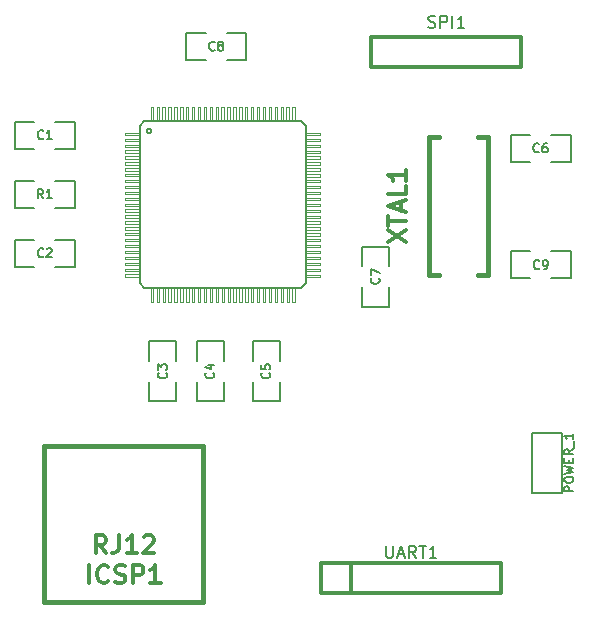
<source format=gto>
%FSLAX34Y34*%
G04 Gerber Fmt 3.4, Leading zero omitted, Abs format*
G04 (created by PCBNEW (2013-12-18 BZR 4557)-product) date vie 25 abr 2014 17:22:53 CLST*
%MOIN*%
G01*
G70*
G90*
G04 APERTURE LIST*
%ADD10C,0.005906*%
%ADD11C,0.005000*%
%ADD12C,0.015000*%
%ADD13C,0.006000*%
%ADD14C,0.012000*%
%ADD15C,0.008000*%
%ADD16C,0.002600*%
G04 APERTURE END LIST*
G54D10*
G54D11*
X49818Y-31946D02*
X49818Y-31046D01*
X49818Y-31046D02*
X49168Y-31046D01*
X48468Y-31946D02*
X47818Y-31946D01*
X47818Y-31946D02*
X47818Y-31046D01*
X47818Y-31046D02*
X48468Y-31046D01*
X49168Y-31946D02*
X49818Y-31946D01*
X49818Y-35883D02*
X49818Y-34983D01*
X49818Y-34983D02*
X49168Y-34983D01*
X48468Y-35883D02*
X47818Y-35883D01*
X47818Y-35883D02*
X47818Y-34983D01*
X47818Y-34983D02*
X48468Y-34983D01*
X49168Y-35883D02*
X49818Y-35883D01*
X53205Y-38370D02*
X52305Y-38370D01*
X52305Y-38370D02*
X52305Y-39020D01*
X53205Y-39720D02*
X53205Y-40370D01*
X53205Y-40370D02*
X52305Y-40370D01*
X52305Y-40370D02*
X52305Y-39720D01*
X53205Y-39020D02*
X53205Y-38370D01*
X54780Y-38370D02*
X53880Y-38370D01*
X53880Y-38370D02*
X53880Y-39020D01*
X54780Y-39720D02*
X54780Y-40370D01*
X54780Y-40370D02*
X53880Y-40370D01*
X53880Y-40370D02*
X53880Y-39720D01*
X54780Y-39020D02*
X54780Y-38370D01*
X56650Y-38370D02*
X55750Y-38370D01*
X55750Y-38370D02*
X55750Y-39020D01*
X56650Y-39720D02*
X56650Y-40370D01*
X56650Y-40370D02*
X55750Y-40370D01*
X55750Y-40370D02*
X55750Y-39720D01*
X56650Y-39020D02*
X56650Y-38370D01*
X64342Y-31490D02*
X64342Y-32390D01*
X64342Y-32390D02*
X64992Y-32390D01*
X65692Y-31490D02*
X66342Y-31490D01*
X66342Y-31490D02*
X66342Y-32390D01*
X66342Y-32390D02*
X65692Y-32390D01*
X64992Y-31490D02*
X64342Y-31490D01*
X60292Y-35220D02*
X59392Y-35220D01*
X59392Y-35220D02*
X59392Y-35870D01*
X60292Y-36570D02*
X60292Y-37220D01*
X60292Y-37220D02*
X59392Y-37220D01*
X59392Y-37220D02*
X59392Y-36570D01*
X60292Y-35870D02*
X60292Y-35220D01*
X55527Y-28993D02*
X55527Y-28093D01*
X55527Y-28093D02*
X54877Y-28093D01*
X54177Y-28993D02*
X53527Y-28993D01*
X53527Y-28993D02*
X53527Y-28093D01*
X53527Y-28093D02*
X54177Y-28093D01*
X54877Y-28993D02*
X55527Y-28993D01*
X64354Y-35376D02*
X64354Y-36276D01*
X64354Y-36276D02*
X65004Y-36276D01*
X65704Y-35376D02*
X66354Y-35376D01*
X66354Y-35376D02*
X66354Y-36276D01*
X66354Y-36276D02*
X65704Y-36276D01*
X65004Y-35376D02*
X64354Y-35376D01*
G54D12*
X48776Y-41861D02*
X48776Y-47061D01*
X54076Y-41861D02*
X54076Y-47061D01*
X48776Y-47061D02*
X54076Y-47061D01*
X53776Y-41861D02*
X54076Y-41861D01*
X48776Y-41861D02*
X53776Y-41861D01*
G54D13*
X65051Y-41421D02*
X66051Y-41421D01*
X66051Y-41421D02*
X66051Y-43421D01*
X66051Y-43421D02*
X65051Y-43421D01*
X65051Y-43421D02*
X65051Y-41421D01*
G54D11*
X47818Y-33014D02*
X47818Y-33914D01*
X47818Y-33914D02*
X48468Y-33914D01*
X49168Y-33014D02*
X49818Y-33014D01*
X49818Y-33014D02*
X49818Y-33914D01*
X49818Y-33914D02*
X49168Y-33914D01*
X48468Y-33014D02*
X47818Y-33014D01*
G54D14*
X58023Y-46759D02*
X58023Y-45759D01*
X58023Y-45759D02*
X64023Y-45759D01*
X64023Y-45759D02*
X64023Y-46759D01*
X64023Y-46759D02*
X58023Y-46759D01*
X59023Y-46759D02*
X59023Y-45759D01*
G54D12*
X63582Y-36161D02*
X63582Y-31555D01*
X61614Y-31555D02*
X61614Y-36161D01*
X63582Y-31555D02*
X63248Y-31555D01*
X61614Y-31555D02*
X61948Y-31555D01*
X63582Y-36161D02*
X63248Y-36161D01*
X61614Y-36161D02*
X61948Y-36161D01*
G54D15*
X52129Y-31044D02*
X57365Y-31044D01*
G54D16*
X52425Y-30571D02*
X52425Y-31044D01*
X52425Y-31044D02*
X52347Y-31044D01*
X52347Y-30571D02*
X52347Y-31044D01*
X52425Y-30571D02*
X52347Y-30571D01*
X52621Y-30571D02*
X52621Y-31044D01*
X52621Y-31044D02*
X52543Y-31044D01*
X52543Y-30571D02*
X52543Y-31044D01*
X52621Y-30571D02*
X52543Y-30571D01*
X52818Y-30571D02*
X52818Y-31044D01*
X52818Y-31044D02*
X52739Y-31044D01*
X52739Y-30571D02*
X52739Y-31044D01*
X52818Y-30571D02*
X52739Y-30571D01*
X53015Y-30571D02*
X53015Y-31044D01*
X53015Y-31044D02*
X52936Y-31044D01*
X52936Y-30571D02*
X52936Y-31044D01*
X53015Y-30571D02*
X52936Y-30571D01*
X53212Y-30571D02*
X53212Y-31044D01*
X53212Y-31044D02*
X53133Y-31044D01*
X53133Y-30571D02*
X53133Y-31044D01*
X53212Y-30571D02*
X53133Y-30571D01*
X53409Y-30571D02*
X53409Y-31044D01*
X53409Y-31044D02*
X53330Y-31044D01*
X53330Y-30571D02*
X53330Y-31044D01*
X53409Y-30571D02*
X53330Y-30571D01*
X53606Y-30571D02*
X53606Y-31044D01*
X53606Y-31044D02*
X53527Y-31044D01*
X53527Y-30571D02*
X53527Y-31044D01*
X53606Y-30571D02*
X53527Y-30571D01*
X53802Y-30571D02*
X53802Y-31044D01*
X53802Y-31044D02*
X53724Y-31044D01*
X53724Y-30571D02*
X53724Y-31044D01*
X53802Y-30571D02*
X53724Y-30571D01*
X53999Y-30571D02*
X53999Y-31044D01*
X53999Y-31044D02*
X53921Y-31044D01*
X53921Y-30571D02*
X53921Y-31044D01*
X53999Y-30571D02*
X53921Y-30571D01*
X54118Y-30571D02*
X54196Y-30571D01*
X54196Y-30571D02*
X54196Y-31044D01*
X54118Y-31044D02*
X54196Y-31044D01*
X54118Y-30571D02*
X54118Y-31044D01*
X54315Y-30571D02*
X54393Y-30571D01*
X54393Y-30571D02*
X54393Y-31044D01*
X54315Y-31044D02*
X54393Y-31044D01*
X54315Y-30571D02*
X54315Y-31044D01*
X54511Y-30571D02*
X54590Y-30571D01*
X54590Y-30571D02*
X54590Y-31044D01*
X54511Y-31044D02*
X54590Y-31044D01*
X54511Y-30571D02*
X54511Y-31044D01*
X54708Y-30571D02*
X54787Y-30571D01*
X54787Y-30571D02*
X54787Y-31044D01*
X54708Y-31044D02*
X54787Y-31044D01*
X54708Y-30571D02*
X54708Y-31044D01*
X54905Y-30571D02*
X54984Y-30571D01*
X54984Y-30571D02*
X54984Y-31044D01*
X54905Y-31044D02*
X54984Y-31044D01*
X54905Y-30571D02*
X54905Y-31044D01*
X55102Y-30571D02*
X55181Y-30571D01*
X55181Y-30571D02*
X55181Y-31044D01*
X55102Y-31044D02*
X55181Y-31044D01*
X55102Y-30571D02*
X55102Y-31044D01*
X55299Y-30571D02*
X55378Y-30571D01*
X55378Y-30571D02*
X55378Y-31044D01*
X55299Y-31044D02*
X55378Y-31044D01*
X55299Y-30571D02*
X55299Y-31044D01*
X55496Y-30571D02*
X55574Y-30571D01*
X55574Y-30571D02*
X55574Y-31044D01*
X55496Y-31044D02*
X55574Y-31044D01*
X55496Y-30571D02*
X55496Y-31044D01*
X55692Y-30571D02*
X55770Y-30571D01*
X55770Y-30571D02*
X55770Y-31044D01*
X55692Y-31044D02*
X55770Y-31044D01*
X55692Y-30571D02*
X55692Y-31044D01*
X55888Y-30571D02*
X55967Y-30571D01*
X55967Y-30571D02*
X55967Y-31044D01*
X55888Y-31044D02*
X55967Y-31044D01*
X55888Y-30571D02*
X55888Y-31044D01*
X56085Y-30571D02*
X56164Y-30571D01*
X56164Y-30571D02*
X56164Y-31044D01*
X56085Y-31044D02*
X56164Y-31044D01*
X56085Y-30571D02*
X56085Y-31044D01*
X56282Y-30571D02*
X56361Y-30571D01*
X56361Y-30571D02*
X56361Y-31044D01*
X56282Y-31044D02*
X56361Y-31044D01*
X56282Y-30571D02*
X56282Y-31044D01*
X56479Y-30571D02*
X56558Y-30571D01*
X56558Y-30571D02*
X56558Y-31044D01*
X56479Y-31044D02*
X56558Y-31044D01*
X56479Y-30571D02*
X56479Y-31044D01*
X56676Y-30571D02*
X56755Y-30571D01*
X56755Y-30571D02*
X56755Y-31044D01*
X56676Y-31044D02*
X56755Y-31044D01*
X56676Y-30571D02*
X56676Y-31044D01*
X56873Y-30571D02*
X56951Y-30571D01*
X56951Y-30571D02*
X56951Y-31044D01*
X56873Y-31044D02*
X56951Y-31044D01*
X56873Y-30571D02*
X56873Y-31044D01*
X57070Y-30571D02*
X57148Y-30571D01*
X57148Y-30571D02*
X57148Y-31044D01*
X57070Y-31044D02*
X57148Y-31044D01*
X57070Y-30571D02*
X57070Y-31044D01*
G54D15*
X57523Y-31200D02*
X57366Y-31043D01*
G54D16*
X57997Y-36147D02*
X57524Y-36147D01*
X57524Y-36147D02*
X57524Y-36225D01*
X57997Y-36225D02*
X57524Y-36225D01*
X57997Y-36147D02*
X57997Y-36225D01*
X57997Y-35950D02*
X57524Y-35950D01*
X57524Y-35950D02*
X57524Y-36028D01*
X57997Y-36028D02*
X57524Y-36028D01*
X57997Y-35950D02*
X57997Y-36028D01*
X57997Y-35753D02*
X57524Y-35753D01*
X57524Y-35753D02*
X57524Y-35832D01*
X57997Y-35832D02*
X57524Y-35832D01*
X57997Y-35753D02*
X57997Y-35832D01*
X57997Y-35556D02*
X57524Y-35556D01*
X57524Y-35556D02*
X57524Y-35635D01*
X57997Y-35635D02*
X57524Y-35635D01*
X57997Y-35556D02*
X57997Y-35635D01*
X57997Y-35359D02*
X57524Y-35359D01*
X57524Y-35359D02*
X57524Y-35438D01*
X57997Y-35438D02*
X57524Y-35438D01*
X57997Y-35359D02*
X57997Y-35438D01*
X57997Y-35162D02*
X57524Y-35162D01*
X57524Y-35162D02*
X57524Y-35241D01*
X57997Y-35241D02*
X57524Y-35241D01*
X57997Y-35162D02*
X57997Y-35241D01*
X57997Y-34965D02*
X57524Y-34965D01*
X57524Y-34965D02*
X57524Y-35044D01*
X57997Y-35044D02*
X57524Y-35044D01*
X57997Y-34965D02*
X57997Y-35044D01*
X57997Y-34769D02*
X57524Y-34769D01*
X57524Y-34769D02*
X57524Y-34847D01*
X57997Y-34847D02*
X57524Y-34847D01*
X57997Y-34769D02*
X57997Y-34847D01*
X57997Y-34573D02*
X57524Y-34573D01*
X57524Y-34573D02*
X57524Y-34651D01*
X57997Y-34651D02*
X57524Y-34651D01*
X57997Y-34573D02*
X57997Y-34651D01*
X57997Y-34376D02*
X57524Y-34376D01*
X57524Y-34376D02*
X57524Y-34455D01*
X57997Y-34455D02*
X57524Y-34455D01*
X57997Y-34376D02*
X57997Y-34455D01*
X57997Y-34179D02*
X57524Y-34179D01*
X57524Y-34179D02*
X57524Y-34258D01*
X57997Y-34258D02*
X57524Y-34258D01*
X57997Y-34179D02*
X57997Y-34258D01*
X57997Y-33982D02*
X57524Y-33982D01*
X57524Y-33982D02*
X57524Y-34061D01*
X57997Y-34061D02*
X57524Y-34061D01*
X57997Y-33982D02*
X57997Y-34061D01*
X57997Y-33785D02*
X57524Y-33785D01*
X57524Y-33785D02*
X57524Y-33864D01*
X57997Y-33864D02*
X57524Y-33864D01*
X57997Y-33785D02*
X57997Y-33864D01*
X57997Y-33588D02*
X57524Y-33588D01*
X57524Y-33588D02*
X57524Y-33667D01*
X57997Y-33667D02*
X57524Y-33667D01*
X57997Y-33588D02*
X57997Y-33667D01*
X57997Y-33392D02*
X57524Y-33392D01*
X57524Y-33392D02*
X57524Y-33470D01*
X57997Y-33470D02*
X57524Y-33470D01*
X57997Y-33392D02*
X57997Y-33470D01*
X57997Y-33195D02*
X57524Y-33195D01*
X57524Y-33195D02*
X57524Y-33273D01*
X57997Y-33273D02*
X57524Y-33273D01*
X57997Y-33195D02*
X57997Y-33273D01*
X57997Y-33076D02*
X57997Y-32998D01*
X57997Y-32998D02*
X57524Y-32998D01*
X57524Y-33076D02*
X57524Y-32998D01*
X57997Y-33076D02*
X57524Y-33076D01*
X57997Y-32879D02*
X57997Y-32801D01*
X57997Y-32801D02*
X57524Y-32801D01*
X57524Y-32879D02*
X57524Y-32801D01*
X57997Y-32879D02*
X57524Y-32879D01*
X57997Y-32683D02*
X57997Y-32604D01*
X57997Y-32604D02*
X57524Y-32604D01*
X57524Y-32683D02*
X57524Y-32604D01*
X57997Y-32683D02*
X57524Y-32683D01*
X57997Y-32486D02*
X57997Y-32407D01*
X57997Y-32407D02*
X57524Y-32407D01*
X57524Y-32486D02*
X57524Y-32407D01*
X57997Y-32486D02*
X57524Y-32486D01*
X57997Y-32289D02*
X57997Y-32210D01*
X57997Y-32210D02*
X57524Y-32210D01*
X57524Y-32289D02*
X57524Y-32210D01*
X57997Y-32289D02*
X57524Y-32289D01*
X57997Y-32092D02*
X57997Y-32013D01*
X57997Y-32013D02*
X57524Y-32013D01*
X57524Y-32092D02*
X57524Y-32013D01*
X57997Y-32092D02*
X57524Y-32092D01*
X57997Y-31895D02*
X57997Y-31816D01*
X57997Y-31816D02*
X57524Y-31816D01*
X57524Y-31895D02*
X57524Y-31816D01*
X57997Y-31895D02*
X57524Y-31895D01*
X57997Y-31698D02*
X57997Y-31620D01*
X57997Y-31620D02*
X57524Y-31620D01*
X57524Y-31698D02*
X57524Y-31620D01*
X57997Y-31698D02*
X57524Y-31698D01*
X57997Y-31502D02*
X57997Y-31424D01*
X57997Y-31424D02*
X57524Y-31424D01*
X57524Y-31502D02*
X57524Y-31424D01*
X57997Y-31502D02*
X57524Y-31502D01*
G54D15*
X57528Y-36442D02*
X57371Y-36599D01*
X57524Y-31206D02*
X57524Y-36442D01*
X57370Y-36601D02*
X52134Y-36601D01*
X52134Y-36601D02*
X51977Y-36444D01*
G54D16*
X57074Y-37074D02*
X57074Y-36601D01*
X57074Y-36601D02*
X57152Y-36601D01*
X57152Y-37074D02*
X57152Y-36601D01*
X57074Y-37074D02*
X57152Y-37074D01*
X56878Y-37074D02*
X56878Y-36601D01*
X56878Y-36601D02*
X56956Y-36601D01*
X56956Y-37074D02*
X56956Y-36601D01*
X56878Y-37074D02*
X56956Y-37074D01*
X56681Y-37074D02*
X56681Y-36601D01*
X56681Y-36601D02*
X56760Y-36601D01*
X56760Y-37074D02*
X56760Y-36601D01*
X56681Y-37074D02*
X56760Y-37074D01*
X56484Y-37074D02*
X56484Y-36601D01*
X56484Y-36601D02*
X56563Y-36601D01*
X56563Y-37074D02*
X56563Y-36601D01*
X56484Y-37074D02*
X56563Y-37074D01*
X56287Y-37074D02*
X56287Y-36601D01*
X56287Y-36601D02*
X56366Y-36601D01*
X56366Y-37074D02*
X56366Y-36601D01*
X56287Y-37074D02*
X56366Y-37074D01*
X56090Y-37074D02*
X56090Y-36601D01*
X56090Y-36601D02*
X56169Y-36601D01*
X56169Y-37074D02*
X56169Y-36601D01*
X56090Y-37074D02*
X56169Y-37074D01*
X55893Y-37074D02*
X55893Y-36601D01*
X55893Y-36601D02*
X55972Y-36601D01*
X55972Y-37074D02*
X55972Y-36601D01*
X55893Y-37074D02*
X55972Y-37074D01*
X55697Y-37074D02*
X55697Y-36601D01*
X55697Y-36601D02*
X55775Y-36601D01*
X55775Y-37074D02*
X55775Y-36601D01*
X55697Y-37074D02*
X55775Y-37074D01*
X55500Y-37074D02*
X55500Y-36601D01*
X55500Y-36601D02*
X55578Y-36601D01*
X55578Y-37074D02*
X55578Y-36601D01*
X55500Y-37074D02*
X55578Y-37074D01*
X55381Y-37074D02*
X55303Y-37074D01*
X55303Y-37074D02*
X55303Y-36601D01*
X55381Y-36601D02*
X55303Y-36601D01*
X55381Y-37074D02*
X55381Y-36601D01*
X55184Y-37074D02*
X55106Y-37074D01*
X55106Y-37074D02*
X55106Y-36601D01*
X55184Y-36601D02*
X55106Y-36601D01*
X55184Y-37074D02*
X55184Y-36601D01*
X54988Y-37074D02*
X54909Y-37074D01*
X54909Y-37074D02*
X54909Y-36601D01*
X54988Y-36601D02*
X54909Y-36601D01*
X54988Y-37074D02*
X54988Y-36601D01*
X54791Y-37074D02*
X54712Y-37074D01*
X54712Y-37074D02*
X54712Y-36601D01*
X54791Y-36601D02*
X54712Y-36601D01*
X54791Y-37074D02*
X54791Y-36601D01*
X54594Y-37074D02*
X54515Y-37074D01*
X54515Y-37074D02*
X54515Y-36601D01*
X54594Y-36601D02*
X54515Y-36601D01*
X54594Y-37074D02*
X54594Y-36601D01*
X54397Y-37074D02*
X54318Y-37074D01*
X54318Y-37074D02*
X54318Y-36601D01*
X54397Y-36601D02*
X54318Y-36601D01*
X54397Y-37074D02*
X54397Y-36601D01*
X54200Y-37074D02*
X54121Y-37074D01*
X54121Y-37074D02*
X54121Y-36601D01*
X54200Y-36601D02*
X54121Y-36601D01*
X54200Y-37074D02*
X54200Y-36601D01*
X54003Y-37074D02*
X53925Y-37074D01*
X53925Y-37074D02*
X53925Y-36601D01*
X54003Y-36601D02*
X53925Y-36601D01*
X54003Y-37074D02*
X54003Y-36601D01*
X53807Y-37074D02*
X53729Y-37074D01*
X53729Y-37074D02*
X53729Y-36601D01*
X53807Y-36601D02*
X53729Y-36601D01*
X53807Y-37074D02*
X53807Y-36601D01*
X53611Y-37074D02*
X53532Y-37074D01*
X53532Y-37074D02*
X53532Y-36601D01*
X53611Y-36601D02*
X53532Y-36601D01*
X53611Y-37074D02*
X53611Y-36601D01*
X53414Y-37074D02*
X53335Y-37074D01*
X53335Y-37074D02*
X53335Y-36601D01*
X53414Y-36601D02*
X53335Y-36601D01*
X53414Y-37074D02*
X53414Y-36601D01*
X53217Y-37074D02*
X53138Y-37074D01*
X53138Y-37074D02*
X53138Y-36601D01*
X53217Y-36601D02*
X53138Y-36601D01*
X53217Y-37074D02*
X53217Y-36601D01*
X53020Y-37074D02*
X52941Y-37074D01*
X52941Y-37074D02*
X52941Y-36601D01*
X53020Y-36601D02*
X52941Y-36601D01*
X53020Y-37074D02*
X53020Y-36601D01*
X52823Y-37074D02*
X52744Y-37074D01*
X52744Y-37074D02*
X52744Y-36601D01*
X52823Y-36601D02*
X52744Y-36601D01*
X52823Y-37074D02*
X52823Y-36601D01*
X52626Y-37074D02*
X52548Y-37074D01*
X52548Y-37074D02*
X52548Y-36601D01*
X52626Y-36601D02*
X52548Y-36601D01*
X52626Y-37074D02*
X52626Y-36601D01*
X52429Y-37074D02*
X52351Y-37074D01*
X52351Y-37074D02*
X52351Y-36601D01*
X52429Y-36601D02*
X52351Y-36601D01*
X52429Y-37074D02*
X52429Y-36601D01*
G54D15*
X51978Y-36443D02*
X52135Y-36600D01*
G54D16*
X51504Y-31496D02*
X51977Y-31496D01*
X51977Y-31496D02*
X51977Y-31418D01*
X51504Y-31418D02*
X51977Y-31418D01*
X51504Y-31496D02*
X51504Y-31418D01*
X51504Y-31693D02*
X51977Y-31693D01*
X51977Y-31693D02*
X51977Y-31615D01*
X51504Y-31615D02*
X51977Y-31615D01*
X51504Y-31693D02*
X51504Y-31615D01*
X51504Y-31890D02*
X51977Y-31890D01*
X51977Y-31890D02*
X51977Y-31811D01*
X51504Y-31811D02*
X51977Y-31811D01*
X51504Y-31890D02*
X51504Y-31811D01*
X51504Y-32087D02*
X51977Y-32087D01*
X51977Y-32087D02*
X51977Y-32008D01*
X51504Y-32008D02*
X51977Y-32008D01*
X51504Y-32087D02*
X51504Y-32008D01*
X51504Y-32284D02*
X51977Y-32284D01*
X51977Y-32284D02*
X51977Y-32205D01*
X51504Y-32205D02*
X51977Y-32205D01*
X51504Y-32284D02*
X51504Y-32205D01*
X51504Y-32481D02*
X51977Y-32481D01*
X51977Y-32481D02*
X51977Y-32402D01*
X51504Y-32402D02*
X51977Y-32402D01*
X51504Y-32481D02*
X51504Y-32402D01*
X51504Y-32678D02*
X51977Y-32678D01*
X51977Y-32678D02*
X51977Y-32599D01*
X51504Y-32599D02*
X51977Y-32599D01*
X51504Y-32678D02*
X51504Y-32599D01*
X51504Y-32874D02*
X51977Y-32874D01*
X51977Y-32874D02*
X51977Y-32796D01*
X51504Y-32796D02*
X51977Y-32796D01*
X51504Y-32874D02*
X51504Y-32796D01*
X51504Y-33070D02*
X51977Y-33070D01*
X51977Y-33070D02*
X51977Y-32992D01*
X51504Y-32992D02*
X51977Y-32992D01*
X51504Y-33070D02*
X51504Y-32992D01*
X51504Y-33267D02*
X51977Y-33267D01*
X51977Y-33267D02*
X51977Y-33188D01*
X51504Y-33188D02*
X51977Y-33188D01*
X51504Y-33267D02*
X51504Y-33188D01*
X51504Y-33464D02*
X51977Y-33464D01*
X51977Y-33464D02*
X51977Y-33385D01*
X51504Y-33385D02*
X51977Y-33385D01*
X51504Y-33464D02*
X51504Y-33385D01*
X51504Y-33661D02*
X51977Y-33661D01*
X51977Y-33661D02*
X51977Y-33582D01*
X51504Y-33582D02*
X51977Y-33582D01*
X51504Y-33661D02*
X51504Y-33582D01*
X51504Y-33858D02*
X51977Y-33858D01*
X51977Y-33858D02*
X51977Y-33779D01*
X51504Y-33779D02*
X51977Y-33779D01*
X51504Y-33858D02*
X51504Y-33779D01*
X51504Y-34055D02*
X51977Y-34055D01*
X51977Y-34055D02*
X51977Y-33976D01*
X51504Y-33976D02*
X51977Y-33976D01*
X51504Y-34055D02*
X51504Y-33976D01*
X51504Y-34251D02*
X51977Y-34251D01*
X51977Y-34251D02*
X51977Y-34173D01*
X51504Y-34173D02*
X51977Y-34173D01*
X51504Y-34251D02*
X51504Y-34173D01*
X51504Y-34448D02*
X51977Y-34448D01*
X51977Y-34448D02*
X51977Y-34370D01*
X51504Y-34370D02*
X51977Y-34370D01*
X51504Y-34448D02*
X51504Y-34370D01*
X51504Y-34567D02*
X51504Y-34645D01*
X51504Y-34645D02*
X51977Y-34645D01*
X51977Y-34567D02*
X51977Y-34645D01*
X51504Y-34567D02*
X51977Y-34567D01*
X51504Y-34764D02*
X51504Y-34842D01*
X51504Y-34842D02*
X51977Y-34842D01*
X51977Y-34764D02*
X51977Y-34842D01*
X51504Y-34764D02*
X51977Y-34764D01*
X51504Y-34960D02*
X51504Y-35039D01*
X51504Y-35039D02*
X51977Y-35039D01*
X51977Y-34960D02*
X51977Y-35039D01*
X51504Y-34960D02*
X51977Y-34960D01*
X51504Y-35157D02*
X51504Y-35236D01*
X51504Y-35236D02*
X51977Y-35236D01*
X51977Y-35157D02*
X51977Y-35236D01*
X51504Y-35157D02*
X51977Y-35157D01*
X51504Y-35354D02*
X51504Y-35433D01*
X51504Y-35433D02*
X51977Y-35433D01*
X51977Y-35354D02*
X51977Y-35433D01*
X51504Y-35354D02*
X51977Y-35354D01*
X51504Y-35551D02*
X51504Y-35630D01*
X51504Y-35630D02*
X51977Y-35630D01*
X51977Y-35551D02*
X51977Y-35630D01*
X51504Y-35551D02*
X51977Y-35551D01*
X51504Y-35748D02*
X51504Y-35827D01*
X51504Y-35827D02*
X51977Y-35827D01*
X51977Y-35748D02*
X51977Y-35827D01*
X51504Y-35748D02*
X51977Y-35748D01*
X51504Y-35945D02*
X51504Y-36023D01*
X51504Y-36023D02*
X51977Y-36023D01*
X51977Y-35945D02*
X51977Y-36023D01*
X51504Y-35945D02*
X51977Y-35945D01*
X51504Y-36141D02*
X51504Y-36219D01*
X51504Y-36219D02*
X51977Y-36219D01*
X51977Y-36141D02*
X51977Y-36219D01*
X51504Y-36141D02*
X51977Y-36141D01*
G54D15*
X51977Y-31201D02*
X52134Y-31044D01*
X51977Y-36437D02*
X51977Y-31201D01*
G54D11*
X52369Y-31359D02*
G75*
G03X52369Y-31359I-77J0D01*
G74*
G01*
G54D14*
X59704Y-28240D02*
X59704Y-29240D01*
X64704Y-29240D02*
X64704Y-28240D01*
X59704Y-28240D02*
X64704Y-28240D01*
X64704Y-29240D02*
X59704Y-29240D01*
G54D11*
X48768Y-31603D02*
X48754Y-31617D01*
X48711Y-31631D01*
X48683Y-31631D01*
X48640Y-31617D01*
X48611Y-31588D01*
X48597Y-31560D01*
X48583Y-31503D01*
X48583Y-31460D01*
X48597Y-31403D01*
X48611Y-31374D01*
X48640Y-31346D01*
X48683Y-31331D01*
X48711Y-31331D01*
X48754Y-31346D01*
X48768Y-31360D01*
X49054Y-31631D02*
X48883Y-31631D01*
X48968Y-31631D02*
X48968Y-31331D01*
X48940Y-31374D01*
X48911Y-31403D01*
X48883Y-31417D01*
X48768Y-35540D02*
X48754Y-35554D01*
X48711Y-35568D01*
X48683Y-35568D01*
X48640Y-35554D01*
X48611Y-35525D01*
X48597Y-35497D01*
X48583Y-35440D01*
X48583Y-35397D01*
X48597Y-35340D01*
X48611Y-35311D01*
X48640Y-35283D01*
X48683Y-35268D01*
X48711Y-35268D01*
X48754Y-35283D01*
X48768Y-35297D01*
X48883Y-35297D02*
X48897Y-35283D01*
X48926Y-35268D01*
X48997Y-35268D01*
X49026Y-35283D01*
X49040Y-35297D01*
X49054Y-35325D01*
X49054Y-35354D01*
X49040Y-35397D01*
X48868Y-35568D01*
X49054Y-35568D01*
X52863Y-39420D02*
X52877Y-39434D01*
X52891Y-39477D01*
X52891Y-39505D01*
X52877Y-39548D01*
X52848Y-39577D01*
X52820Y-39591D01*
X52763Y-39605D01*
X52720Y-39605D01*
X52663Y-39591D01*
X52634Y-39577D01*
X52605Y-39548D01*
X52591Y-39505D01*
X52591Y-39477D01*
X52605Y-39434D01*
X52620Y-39420D01*
X52591Y-39320D02*
X52591Y-39134D01*
X52705Y-39234D01*
X52705Y-39191D01*
X52720Y-39162D01*
X52734Y-39148D01*
X52763Y-39134D01*
X52834Y-39134D01*
X52863Y-39148D01*
X52877Y-39162D01*
X52891Y-39191D01*
X52891Y-39277D01*
X52877Y-39305D01*
X52863Y-39320D01*
X54437Y-39420D02*
X54452Y-39434D01*
X54466Y-39477D01*
X54466Y-39505D01*
X54452Y-39548D01*
X54423Y-39577D01*
X54394Y-39591D01*
X54337Y-39605D01*
X54294Y-39605D01*
X54237Y-39591D01*
X54209Y-39577D01*
X54180Y-39548D01*
X54166Y-39505D01*
X54166Y-39477D01*
X54180Y-39434D01*
X54194Y-39420D01*
X54266Y-39162D02*
X54466Y-39162D01*
X54152Y-39234D02*
X54366Y-39305D01*
X54366Y-39120D01*
X56307Y-39420D02*
X56322Y-39434D01*
X56336Y-39477D01*
X56336Y-39505D01*
X56322Y-39548D01*
X56293Y-39577D01*
X56265Y-39591D01*
X56207Y-39605D01*
X56165Y-39605D01*
X56107Y-39591D01*
X56079Y-39577D01*
X56050Y-39548D01*
X56036Y-39505D01*
X56036Y-39477D01*
X56050Y-39434D01*
X56065Y-39420D01*
X56036Y-39148D02*
X56036Y-39291D01*
X56179Y-39305D01*
X56165Y-39291D01*
X56150Y-39262D01*
X56150Y-39191D01*
X56165Y-39162D01*
X56179Y-39148D01*
X56207Y-39134D01*
X56279Y-39134D01*
X56307Y-39148D01*
X56322Y-39162D01*
X56336Y-39191D01*
X56336Y-39262D01*
X56322Y-39291D01*
X56307Y-39305D01*
X65292Y-32048D02*
X65278Y-32062D01*
X65235Y-32076D01*
X65206Y-32076D01*
X65163Y-32062D01*
X65135Y-32033D01*
X65121Y-32005D01*
X65106Y-31948D01*
X65106Y-31905D01*
X65121Y-31848D01*
X65135Y-31819D01*
X65163Y-31790D01*
X65206Y-31776D01*
X65235Y-31776D01*
X65278Y-31790D01*
X65292Y-31805D01*
X65549Y-31776D02*
X65492Y-31776D01*
X65463Y-31790D01*
X65449Y-31805D01*
X65421Y-31848D01*
X65406Y-31905D01*
X65406Y-32019D01*
X65421Y-32048D01*
X65435Y-32062D01*
X65463Y-32076D01*
X65521Y-32076D01*
X65549Y-32062D01*
X65563Y-32048D01*
X65578Y-32019D01*
X65578Y-31948D01*
X65563Y-31919D01*
X65549Y-31905D01*
X65521Y-31890D01*
X65463Y-31890D01*
X65435Y-31905D01*
X65421Y-31919D01*
X65406Y-31948D01*
X59949Y-36270D02*
X59963Y-36284D01*
X59978Y-36327D01*
X59978Y-36356D01*
X59963Y-36399D01*
X59935Y-36427D01*
X59906Y-36441D01*
X59849Y-36456D01*
X59806Y-36456D01*
X59749Y-36441D01*
X59721Y-36427D01*
X59692Y-36399D01*
X59678Y-36356D01*
X59678Y-36327D01*
X59692Y-36284D01*
X59706Y-36270D01*
X59678Y-36170D02*
X59678Y-35970D01*
X59978Y-36099D01*
X54477Y-28650D02*
X54463Y-28664D01*
X54420Y-28679D01*
X54391Y-28679D01*
X54348Y-28664D01*
X54320Y-28636D01*
X54306Y-28607D01*
X54291Y-28550D01*
X54291Y-28507D01*
X54306Y-28450D01*
X54320Y-28421D01*
X54348Y-28393D01*
X54391Y-28379D01*
X54420Y-28379D01*
X54463Y-28393D01*
X54477Y-28407D01*
X54648Y-28507D02*
X54620Y-28493D01*
X54606Y-28479D01*
X54591Y-28450D01*
X54591Y-28436D01*
X54606Y-28407D01*
X54620Y-28393D01*
X54648Y-28379D01*
X54706Y-28379D01*
X54734Y-28393D01*
X54748Y-28407D01*
X54763Y-28436D01*
X54763Y-28450D01*
X54748Y-28479D01*
X54734Y-28493D01*
X54706Y-28507D01*
X54648Y-28507D01*
X54620Y-28521D01*
X54606Y-28536D01*
X54591Y-28564D01*
X54591Y-28621D01*
X54606Y-28650D01*
X54620Y-28664D01*
X54648Y-28679D01*
X54706Y-28679D01*
X54734Y-28664D01*
X54748Y-28650D01*
X54763Y-28621D01*
X54763Y-28564D01*
X54748Y-28536D01*
X54734Y-28521D01*
X54706Y-28507D01*
X65304Y-35933D02*
X65290Y-35948D01*
X65247Y-35962D01*
X65218Y-35962D01*
X65175Y-35948D01*
X65147Y-35919D01*
X65132Y-35891D01*
X65118Y-35833D01*
X65118Y-35791D01*
X65132Y-35733D01*
X65147Y-35705D01*
X65175Y-35676D01*
X65218Y-35662D01*
X65247Y-35662D01*
X65290Y-35676D01*
X65304Y-35691D01*
X65447Y-35962D02*
X65504Y-35962D01*
X65532Y-35948D01*
X65547Y-35933D01*
X65575Y-35891D01*
X65590Y-35833D01*
X65590Y-35719D01*
X65575Y-35691D01*
X65561Y-35676D01*
X65532Y-35662D01*
X65475Y-35662D01*
X65447Y-35676D01*
X65432Y-35691D01*
X65418Y-35719D01*
X65418Y-35791D01*
X65432Y-35819D01*
X65447Y-35833D01*
X65475Y-35848D01*
X65532Y-35848D01*
X65561Y-35833D01*
X65575Y-35819D01*
X65590Y-35791D01*
G54D14*
X50304Y-46432D02*
X50304Y-45832D01*
X50933Y-46375D02*
X50904Y-46404D01*
X50819Y-46432D01*
X50762Y-46432D01*
X50676Y-46404D01*
X50619Y-46347D01*
X50590Y-46289D01*
X50562Y-46175D01*
X50562Y-46089D01*
X50590Y-45975D01*
X50619Y-45918D01*
X50676Y-45861D01*
X50762Y-45832D01*
X50819Y-45832D01*
X50904Y-45861D01*
X50933Y-45889D01*
X51162Y-46404D02*
X51247Y-46432D01*
X51390Y-46432D01*
X51447Y-46404D01*
X51476Y-46375D01*
X51504Y-46318D01*
X51504Y-46261D01*
X51476Y-46204D01*
X51447Y-46175D01*
X51390Y-46147D01*
X51276Y-46118D01*
X51219Y-46089D01*
X51190Y-46061D01*
X51162Y-46004D01*
X51162Y-45947D01*
X51190Y-45889D01*
X51219Y-45861D01*
X51276Y-45832D01*
X51419Y-45832D01*
X51504Y-45861D01*
X51762Y-46432D02*
X51762Y-45832D01*
X51990Y-45832D01*
X52047Y-45861D01*
X52076Y-45889D01*
X52104Y-45947D01*
X52104Y-46032D01*
X52076Y-46089D01*
X52047Y-46118D01*
X51990Y-46147D01*
X51762Y-46147D01*
X52676Y-46432D02*
X52333Y-46432D01*
X52504Y-46432D02*
X52504Y-45832D01*
X52447Y-45918D01*
X52390Y-45975D01*
X52333Y-46004D01*
X50862Y-45432D02*
X50662Y-45147D01*
X50519Y-45432D02*
X50519Y-44832D01*
X50747Y-44832D01*
X50804Y-44861D01*
X50833Y-44889D01*
X50862Y-44947D01*
X50862Y-45032D01*
X50833Y-45089D01*
X50804Y-45118D01*
X50747Y-45147D01*
X50519Y-45147D01*
X51290Y-44832D02*
X51290Y-45261D01*
X51262Y-45347D01*
X51204Y-45404D01*
X51119Y-45432D01*
X51062Y-45432D01*
X51890Y-45432D02*
X51547Y-45432D01*
X51719Y-45432D02*
X51719Y-44832D01*
X51662Y-44918D01*
X51604Y-44975D01*
X51547Y-45004D01*
X52119Y-44889D02*
X52147Y-44861D01*
X52204Y-44832D01*
X52347Y-44832D01*
X52404Y-44861D01*
X52433Y-44889D01*
X52462Y-44947D01*
X52462Y-45004D01*
X52433Y-45089D01*
X52090Y-45432D01*
X52462Y-45432D01*
G54D13*
X66436Y-43371D02*
X66136Y-43371D01*
X66136Y-43256D01*
X66151Y-43228D01*
X66165Y-43214D01*
X66194Y-43199D01*
X66236Y-43199D01*
X66265Y-43214D01*
X66279Y-43228D01*
X66294Y-43256D01*
X66294Y-43371D01*
X66136Y-43014D02*
X66136Y-42956D01*
X66151Y-42928D01*
X66179Y-42899D01*
X66236Y-42885D01*
X66336Y-42885D01*
X66394Y-42899D01*
X66422Y-42928D01*
X66436Y-42956D01*
X66436Y-43014D01*
X66422Y-43042D01*
X66394Y-43071D01*
X66336Y-43085D01*
X66236Y-43085D01*
X66179Y-43071D01*
X66151Y-43042D01*
X66136Y-43014D01*
X66136Y-42785D02*
X66436Y-42714D01*
X66222Y-42656D01*
X66436Y-42599D01*
X66136Y-42528D01*
X66279Y-42414D02*
X66279Y-42314D01*
X66436Y-42271D02*
X66436Y-42414D01*
X66136Y-42414D01*
X66136Y-42271D01*
X66436Y-41971D02*
X66294Y-42071D01*
X66436Y-42142D02*
X66136Y-42142D01*
X66136Y-42028D01*
X66151Y-41999D01*
X66165Y-41985D01*
X66194Y-41971D01*
X66236Y-41971D01*
X66265Y-41985D01*
X66279Y-41999D01*
X66294Y-42028D01*
X66294Y-42142D01*
X66465Y-41914D02*
X66465Y-41685D01*
X66436Y-41456D02*
X66436Y-41628D01*
X66436Y-41542D02*
X66136Y-41542D01*
X66179Y-41571D01*
X66208Y-41599D01*
X66222Y-41628D01*
G54D11*
X48768Y-33600D02*
X48668Y-33457D01*
X48597Y-33600D02*
X48597Y-33300D01*
X48711Y-33300D01*
X48740Y-33314D01*
X48754Y-33328D01*
X48768Y-33357D01*
X48768Y-33400D01*
X48754Y-33428D01*
X48740Y-33443D01*
X48711Y-33457D01*
X48597Y-33457D01*
X49054Y-33600D02*
X48883Y-33600D01*
X48968Y-33600D02*
X48968Y-33300D01*
X48940Y-33343D01*
X48911Y-33371D01*
X48883Y-33385D01*
G54D15*
X60195Y-45190D02*
X60195Y-45514D01*
X60214Y-45552D01*
X60233Y-45571D01*
X60271Y-45590D01*
X60347Y-45590D01*
X60385Y-45571D01*
X60404Y-45552D01*
X60423Y-45514D01*
X60423Y-45190D01*
X60595Y-45476D02*
X60785Y-45476D01*
X60556Y-45590D02*
X60690Y-45190D01*
X60823Y-45590D01*
X61185Y-45590D02*
X61052Y-45400D01*
X60956Y-45590D02*
X60956Y-45190D01*
X61109Y-45190D01*
X61147Y-45209D01*
X61166Y-45228D01*
X61185Y-45266D01*
X61185Y-45324D01*
X61166Y-45362D01*
X61147Y-45381D01*
X61109Y-45400D01*
X60956Y-45400D01*
X61299Y-45190D02*
X61528Y-45190D01*
X61414Y-45590D02*
X61414Y-45190D01*
X61871Y-45590D02*
X61642Y-45590D01*
X61756Y-45590D02*
X61756Y-45190D01*
X61718Y-45247D01*
X61680Y-45286D01*
X61642Y-45305D01*
G54D14*
X60269Y-35072D02*
X60869Y-34672D01*
X60269Y-34672D02*
X60869Y-35072D01*
X60269Y-34529D02*
X60269Y-34186D01*
X60869Y-34358D02*
X60269Y-34358D01*
X60698Y-34015D02*
X60698Y-33729D01*
X60869Y-34072D02*
X60269Y-33872D01*
X60869Y-33672D01*
X60869Y-33186D02*
X60869Y-33472D01*
X60269Y-33472D01*
X60869Y-32672D02*
X60869Y-33015D01*
X60869Y-32843D02*
X60269Y-32843D01*
X60355Y-32901D01*
X60412Y-32958D01*
X60441Y-33015D01*
G54D15*
X61604Y-27902D02*
X61661Y-27921D01*
X61757Y-27921D01*
X61795Y-27902D01*
X61814Y-27883D01*
X61833Y-27844D01*
X61833Y-27806D01*
X61814Y-27768D01*
X61795Y-27749D01*
X61757Y-27730D01*
X61680Y-27711D01*
X61642Y-27692D01*
X61623Y-27673D01*
X61604Y-27635D01*
X61604Y-27597D01*
X61623Y-27559D01*
X61642Y-27540D01*
X61680Y-27521D01*
X61776Y-27521D01*
X61833Y-27540D01*
X62004Y-27921D02*
X62004Y-27521D01*
X62157Y-27521D01*
X62195Y-27540D01*
X62214Y-27559D01*
X62233Y-27597D01*
X62233Y-27654D01*
X62214Y-27692D01*
X62195Y-27711D01*
X62157Y-27730D01*
X62004Y-27730D01*
X62404Y-27921D02*
X62404Y-27521D01*
X62804Y-27921D02*
X62576Y-27921D01*
X62690Y-27921D02*
X62690Y-27521D01*
X62652Y-27578D01*
X62614Y-27616D01*
X62576Y-27635D01*
M02*

</source>
